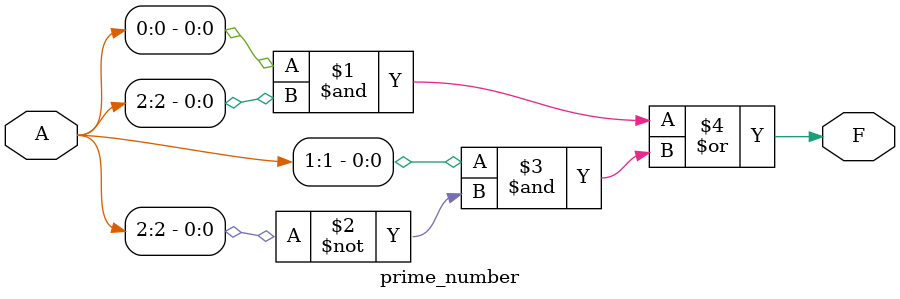
<source format=v>
module prime_number (
    input [2:0] A,
    output F
);
    assign F = A[0]&A[2] | A[1]& ~A[2];     // A[2] . A[0] + A[2]' . A[1]
endmodule
</source>
